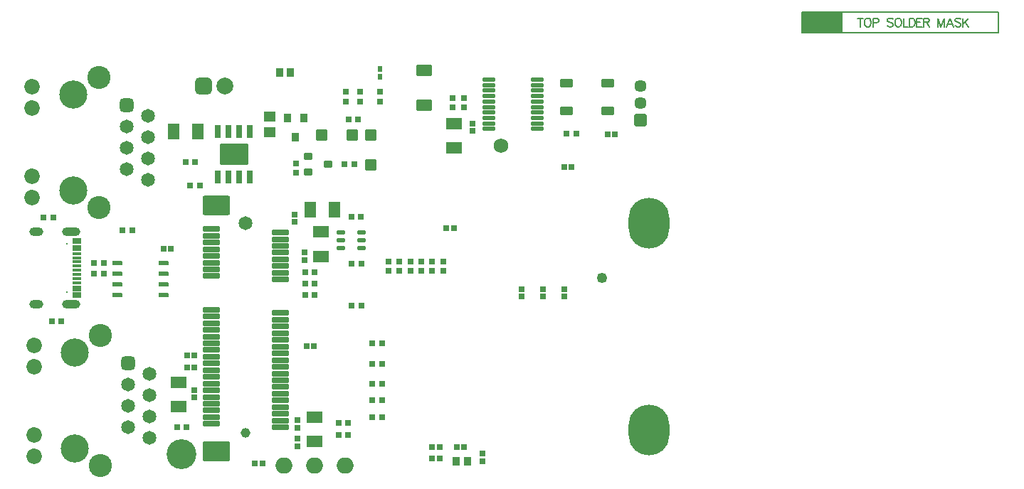
<source format=gts>
G04*
G04 #@! TF.GenerationSoftware,Altium Limited,Altium Designer,20.0.2 (26)*
G04*
G04 Layer_Color=8388736*
%FSLAX44Y44*%
%MOMM*%
G71*
G01*
G75*
%ADD10C,0.2000*%
%ADD13C,0.1270*%
%ADD14R,4.8260X2.4130*%
%ADD41R,0.8000X0.6500*%
%ADD42R,1.8500X1.3500*%
G04:AMPARAMS|DCode=43|XSize=0.69mm|YSize=0.65mm|CornerRadius=0.07mm|HoleSize=0mm|Usage=FLASHONLY|Rotation=0.000|XOffset=0mm|YOffset=0mm|HoleType=Round|Shape=RoundedRectangle|*
%AMROUNDEDRECTD43*
21,1,0.6900,0.5100,0,0,0.0*
21,1,0.5500,0.6500,0,0,0.0*
1,1,0.1400,0.2750,-0.2550*
1,1,0.1400,-0.2750,-0.2550*
1,1,0.1400,-0.2750,0.2550*
1,1,0.1400,0.2750,0.2550*
%
%ADD43ROUNDEDRECTD43*%
G04:AMPARAMS|DCode=44|XSize=0.5mm|YSize=1.45mm|CornerRadius=0.09mm|HoleSize=0mm|Usage=FLASHONLY|Rotation=270.000|XOffset=0mm|YOffset=0mm|HoleType=Round|Shape=RoundedRectangle|*
%AMROUNDEDRECTD44*
21,1,0.5000,1.2700,0,0,270.0*
21,1,0.3200,1.4500,0,0,270.0*
1,1,0.1800,-0.6350,-0.1600*
1,1,0.1800,-0.6350,0.1600*
1,1,0.1800,0.6350,0.1600*
1,1,0.1800,0.6350,-0.1600*
%
%ADD44ROUNDEDRECTD44*%
G04:AMPARAMS|DCode=45|XSize=1.55mm|YSize=0.95mm|CornerRadius=0.0925mm|HoleSize=0mm|Usage=FLASHONLY|Rotation=180.000|XOffset=0mm|YOffset=0mm|HoleType=Round|Shape=RoundedRectangle|*
%AMROUNDEDRECTD45*
21,1,1.5500,0.7650,0,0,180.0*
21,1,1.3650,0.9500,0,0,180.0*
1,1,0.1850,-0.6825,0.3825*
1,1,0.1850,0.6825,0.3825*
1,1,0.1850,0.6825,-0.3825*
1,1,0.1850,-0.6825,-0.3825*
%
%ADD45ROUNDEDRECTD45*%
G04:AMPARAMS|DCode=46|XSize=0.69mm|YSize=0.65mm|CornerRadius=0.07mm|HoleSize=0mm|Usage=FLASHONLY|Rotation=270.000|XOffset=0mm|YOffset=0mm|HoleType=Round|Shape=RoundedRectangle|*
%AMROUNDEDRECTD46*
21,1,0.6900,0.5100,0,0,270.0*
21,1,0.5500,0.6500,0,0,270.0*
1,1,0.1400,-0.2550,-0.2750*
1,1,0.1400,-0.2550,0.2750*
1,1,0.1400,0.2550,0.2750*
1,1,0.1400,0.2550,-0.2750*
%
%ADD46ROUNDEDRECTD46*%
%ADD47R,0.6500X0.8000*%
G04:AMPARAMS|DCode=48|XSize=1.35mm|YSize=1.35mm|CornerRadius=0.155mm|HoleSize=0mm|Usage=FLASHONLY|Rotation=270.000|XOffset=0mm|YOffset=0mm|HoleType=Round|Shape=RoundedRectangle|*
%AMROUNDEDRECTD48*
21,1,1.3500,1.0400,0,0,270.0*
21,1,1.0400,1.3500,0,0,270.0*
1,1,0.3100,-0.5200,-0.5200*
1,1,0.3100,-0.5200,0.5200*
1,1,0.3100,0.5200,0.5200*
1,1,0.3100,0.5200,-0.5200*
%
%ADD48ROUNDEDRECTD48*%
G04:AMPARAMS|DCode=49|XSize=1.35mm|YSize=1.35mm|CornerRadius=0.155mm|HoleSize=0mm|Usage=FLASHONLY|Rotation=180.000|XOffset=0mm|YOffset=0mm|HoleType=Round|Shape=RoundedRectangle|*
%AMROUNDEDRECTD49*
21,1,1.3500,1.0400,0,0,180.0*
21,1,1.0400,1.3500,0,0,180.0*
1,1,0.3100,-0.5200,0.5200*
1,1,0.3100,0.5200,0.5200*
1,1,0.3100,0.5200,-0.5200*
1,1,0.3100,-0.5200,-0.5200*
%
%ADD49ROUNDEDRECTD49*%
G04:AMPARAMS|DCode=50|XSize=0.85mm|YSize=1mm|CornerRadius=0.085mm|HoleSize=0mm|Usage=FLASHONLY|Rotation=90.000|XOffset=0mm|YOffset=0mm|HoleType=Round|Shape=RoundedRectangle|*
%AMROUNDEDRECTD50*
21,1,0.8500,0.8300,0,0,90.0*
21,1,0.6800,1.0000,0,0,90.0*
1,1,0.1700,0.4150,0.3400*
1,1,0.1700,0.4150,-0.3400*
1,1,0.1700,-0.4150,-0.3400*
1,1,0.1700,-0.4150,0.3400*
%
%ADD50ROUNDEDRECTD50*%
%ADD51R,0.9000X1.0000*%
%ADD52R,1.4500X1.1700*%
G04:AMPARAMS|DCode=53|XSize=0.75mm|YSize=0.55mm|CornerRadius=0.0625mm|HoleSize=0mm|Usage=FLASHONLY|Rotation=90.000|XOffset=0mm|YOffset=0mm|HoleType=Round|Shape=RoundedRectangle|*
%AMROUNDEDRECTD53*
21,1,0.7500,0.4250,0,0,90.0*
21,1,0.6250,0.5500,0,0,90.0*
1,1,0.1250,0.2125,0.3125*
1,1,0.1250,0.2125,-0.3125*
1,1,0.1250,-0.2125,-0.3125*
1,1,0.1250,-0.2125,0.3125*
%
%ADD53ROUNDEDRECTD53*%
G04:AMPARAMS|DCode=54|XSize=2.05mm|YSize=0.64mm|CornerRadius=0.0988mm|HoleSize=0mm|Usage=FLASHONLY|Rotation=0.000|XOffset=0mm|YOffset=0mm|HoleType=Round|Shape=RoundedRectangle|*
%AMROUNDEDRECTD54*
21,1,2.0500,0.4425,0,0,0.0*
21,1,1.8525,0.6400,0,0,0.0*
1,1,0.1975,0.9262,-0.2213*
1,1,0.1975,-0.9262,-0.2213*
1,1,0.1975,-0.9262,0.2213*
1,1,0.1975,0.9262,0.2213*
%
%ADD54ROUNDEDRECTD54*%
G04:AMPARAMS|DCode=55|XSize=3.25mm|YSize=2.35mm|CornerRadius=0.255mm|HoleSize=0mm|Usage=FLASHONLY|Rotation=0.000|XOffset=0mm|YOffset=0mm|HoleType=Round|Shape=RoundedRectangle|*
%AMROUNDEDRECTD55*
21,1,3.2500,1.8400,0,0,0.0*
21,1,2.7400,2.3500,0,0,0.0*
1,1,0.5100,1.3700,-0.9200*
1,1,0.5100,-1.3700,-0.9200*
1,1,0.5100,-1.3700,0.9200*
1,1,0.5100,1.3700,0.9200*
%
%ADD55ROUNDEDRECTD55*%
G04:AMPARAMS|DCode=56|XSize=3.25mm|YSize=2.35mm|CornerRadius=0.1975mm|HoleSize=0mm|Usage=FLASHONLY|Rotation=0.000|XOffset=0mm|YOffset=0mm|HoleType=Round|Shape=RoundedRectangle|*
%AMROUNDEDRECTD56*
21,1,3.2500,1.9550,0,0,0.0*
21,1,2.8550,2.3500,0,0,0.0*
1,1,0.3950,1.4275,-0.9775*
1,1,0.3950,-1.4275,-0.9775*
1,1,0.3950,-1.4275,0.9775*
1,1,0.3950,1.4275,0.9775*
%
%ADD56ROUNDEDRECTD56*%
G04:AMPARAMS|DCode=57|XSize=1.85mm|YSize=1.4mm|CornerRadius=0.1263mm|HoleSize=0mm|Usage=FLASHONLY|Rotation=0.000|XOffset=0mm|YOffset=0mm|HoleType=Round|Shape=RoundedRectangle|*
%AMROUNDEDRECTD57*
21,1,1.8500,1.1475,0,0,0.0*
21,1,1.5975,1.4000,0,0,0.0*
1,1,0.2525,0.7988,-0.5738*
1,1,0.2525,-0.7988,-0.5738*
1,1,0.2525,-0.7988,0.5738*
1,1,0.2525,0.7988,0.5738*
%
%ADD57ROUNDEDRECTD57*%
%ADD58R,0.9500X1.0500*%
G04:AMPARAMS|DCode=59|XSize=0.95mm|YSize=0.55mm|CornerRadius=0.075mm|HoleSize=0mm|Usage=FLASHONLY|Rotation=180.000|XOffset=0mm|YOffset=0mm|HoleType=Round|Shape=RoundedRectangle|*
%AMROUNDEDRECTD59*
21,1,0.9500,0.4000,0,0,180.0*
21,1,0.8000,0.5500,0,0,180.0*
1,1,0.1500,-0.4000,0.2000*
1,1,0.1500,0.4000,0.2000*
1,1,0.1500,0.4000,-0.2000*
1,1,0.1500,-0.4000,-0.2000*
%
%ADD59ROUNDEDRECTD59*%
%ADD60R,0.8500X1.0000*%
G04:AMPARAMS|DCode=61|XSize=2.55mm|YSize=3.45mm|CornerRadius=0.15mm|HoleSize=0mm|Usage=FLASHONLY|Rotation=90.000|XOffset=0mm|YOffset=0mm|HoleType=Round|Shape=RoundedRectangle|*
%AMROUNDEDRECTD61*
21,1,2.5500,3.1500,0,0,90.0*
21,1,2.2500,3.4500,0,0,90.0*
1,1,0.3000,1.5750,1.1250*
1,1,0.3000,1.5750,-1.1250*
1,1,0.3000,-1.5750,-1.1250*
1,1,0.3000,-1.5750,1.1250*
%
%ADD61ROUNDEDRECTD61*%
G04:AMPARAMS|DCode=62|XSize=1.6mm|YSize=0.65mm|CornerRadius=0.055mm|HoleSize=0mm|Usage=FLASHONLY|Rotation=90.000|XOffset=0mm|YOffset=0mm|HoleType=Round|Shape=RoundedRectangle|*
%AMROUNDEDRECTD62*
21,1,1.6000,0.5400,0,0,90.0*
21,1,1.4900,0.6500,0,0,90.0*
1,1,0.1100,0.2700,0.7450*
1,1,0.1100,0.2700,-0.7450*
1,1,0.1100,-0.2700,-0.7450*
1,1,0.1100,-0.2700,0.7450*
%
%ADD62ROUNDEDRECTD62*%
%ADD63R,1.3500X1.8500*%
G04:AMPARAMS|DCode=64|XSize=1.15mm|YSize=0.55mm|CornerRadius=0.0875mm|HoleSize=0mm|Usage=FLASHONLY|Rotation=0.000|XOffset=0mm|YOffset=0mm|HoleType=Round|Shape=RoundedRectangle|*
%AMROUNDEDRECTD64*
21,1,1.1500,0.3750,0,0,0.0*
21,1,0.9750,0.5500,0,0,0.0*
1,1,0.1750,0.4875,-0.1875*
1,1,0.1750,-0.4875,-0.1875*
1,1,0.1750,-0.4875,0.1875*
1,1,0.1750,0.4875,0.1875*
%
%ADD64ROUNDEDRECTD64*%
%ADD65R,1.0500X0.6400*%
%ADD66R,1.0500X0.3400*%
%ADD67C,1.4500*%
G04:AMPARAMS|DCode=68|XSize=1.45mm|YSize=1.45mm|CornerRadius=0.165mm|HoleSize=0mm|Usage=FLASHONLY|Rotation=90.000|XOffset=0mm|YOffset=0mm|HoleType=Round|Shape=RoundedRectangle|*
%AMROUNDEDRECTD68*
21,1,1.4500,1.1200,0,0,90.0*
21,1,1.1200,1.4500,0,0,90.0*
1,1,0.3300,0.5600,0.5600*
1,1,0.3300,0.5600,-0.5600*
1,1,0.3300,-0.5600,-0.5600*
1,1,0.3300,-0.5600,0.5600*
%
%ADD68ROUNDEDRECTD68*%
%ADD69C,1.2500*%
%ADD70C,1.7500*%
%ADD71C,3.5500*%
%ADD72O,4.8500X6.0500*%
%ADD73C,1.6500*%
%ADD74C,1.1500*%
%ADD75C,2.0000*%
G04:AMPARAMS|DCode=76|XSize=2mm|YSize=2mm|CornerRadius=0.5mm|HoleSize=0mm|Usage=FLASHONLY|Rotation=180.000|XOffset=0mm|YOffset=0mm|HoleType=Round|Shape=RoundedRectangle|*
%AMROUNDEDRECTD76*
21,1,2.0000,1.0000,0,0,180.0*
21,1,1.0000,2.0000,0,0,180.0*
1,1,1.0000,-0.5000,0.5000*
1,1,1.0000,0.5000,0.5000*
1,1,1.0000,0.5000,-0.5000*
1,1,1.0000,-0.5000,-0.5000*
%
%ADD76ROUNDEDRECTD76*%
%ADD77O,2.0000X1.9500*%
%ADD78C,0.3000*%
%ADD79O,2.1500X1.0500*%
%ADD80O,1.6500X1.0500*%
%ADD81C,3.3500*%
%ADD82C,2.7500*%
%ADD83C,1.8500*%
G04:AMPARAMS|DCode=84|XSize=1.65mm|YSize=1.65mm|CornerRadius=0.425mm|HoleSize=0mm|Usage=FLASHONLY|Rotation=90.000|XOffset=0mm|YOffset=0mm|HoleType=Round|Shape=RoundedRectangle|*
%AMROUNDEDRECTD84*
21,1,1.6500,0.8000,0,0,90.0*
21,1,0.8000,1.6500,0,0,90.0*
1,1,0.8500,0.4000,0.4000*
1,1,0.8500,0.4000,-0.4000*
1,1,0.8500,-0.4000,-0.4000*
1,1,0.8500,-0.4000,0.4000*
%
%ADD84ROUNDEDRECTD84*%
G54D10*
X1940325Y1532614D02*
X2174005D01*
X1940325D02*
Y1556744D01*
X2174005Y1532614D02*
Y1556744D01*
X1940325D02*
X2174005D01*
G54D13*
X2009751Y1549630D02*
Y1539472D01*
X2006365Y1549630D02*
X2013137D01*
X2017249D02*
X2016281Y1549146D01*
X2015314Y1548179D01*
X2014830Y1547211D01*
X2014346Y1545760D01*
Y1543342D01*
X2014830Y1541891D01*
X2015314Y1540923D01*
X2016281Y1539956D01*
X2017249Y1539472D01*
X2019184D01*
X2020151Y1539956D01*
X2021118Y1540923D01*
X2021602Y1541891D01*
X2022086Y1543342D01*
Y1545760D01*
X2021602Y1547211D01*
X2021118Y1548179D01*
X2020151Y1549146D01*
X2019184Y1549630D01*
X2017249D01*
X2024456Y1544309D02*
X2028809D01*
X2030260Y1544793D01*
X2030744Y1545276D01*
X2031228Y1546244D01*
Y1547695D01*
X2030744Y1548662D01*
X2030260Y1549146D01*
X2028809Y1549630D01*
X2024456D01*
Y1539472D01*
X2048254Y1548179D02*
X2047287Y1549146D01*
X2045836Y1549630D01*
X2043901D01*
X2042450Y1549146D01*
X2041482Y1548179D01*
Y1547211D01*
X2041966Y1546244D01*
X2042450Y1545760D01*
X2043417Y1545276D01*
X2046319Y1544309D01*
X2047287Y1543825D01*
X2047771Y1543342D01*
X2048254Y1542374D01*
Y1540923D01*
X2047287Y1539956D01*
X2045836Y1539472D01*
X2043901D01*
X2042450Y1539956D01*
X2041482Y1540923D01*
X2053430Y1549630D02*
X2052462Y1549146D01*
X2051495Y1548179D01*
X2051011Y1547211D01*
X2050528Y1545760D01*
Y1543342D01*
X2051011Y1541891D01*
X2051495Y1540923D01*
X2052462Y1539956D01*
X2053430Y1539472D01*
X2055365D01*
X2056332Y1539956D01*
X2057300Y1540923D01*
X2057783Y1541891D01*
X2058267Y1543342D01*
Y1545760D01*
X2057783Y1547211D01*
X2057300Y1548179D01*
X2056332Y1549146D01*
X2055365Y1549630D01*
X2053430D01*
X2060637D02*
Y1539472D01*
X2066442D01*
X2067554Y1549630D02*
Y1539472D01*
Y1549630D02*
X2070940D01*
X2072391Y1549146D01*
X2073359Y1548179D01*
X2073842Y1547211D01*
X2074326Y1545760D01*
Y1543342D01*
X2073842Y1541891D01*
X2073359Y1540923D01*
X2072391Y1539956D01*
X2070940Y1539472D01*
X2067554D01*
X2082888Y1549630D02*
X2076599D01*
Y1539472D01*
X2082888D01*
X2076599Y1544793D02*
X2080469D01*
X2084581Y1549630D02*
Y1539472D01*
Y1549630D02*
X2088934D01*
X2090385Y1549146D01*
X2090869Y1548662D01*
X2091353Y1547695D01*
Y1546728D01*
X2090869Y1545760D01*
X2090385Y1545276D01*
X2088934Y1544793D01*
X2084581D01*
X2087966D02*
X2091353Y1539472D01*
X2101607Y1549630D02*
Y1539472D01*
Y1549630D02*
X2105477Y1539472D01*
X2109346Y1549630D02*
X2105477Y1539472D01*
X2109346Y1549630D02*
Y1539472D01*
X2119988D02*
X2116118Y1549630D01*
X2112249Y1539472D01*
X2113700Y1542858D02*
X2118537D01*
X2129130Y1548179D02*
X2128162Y1549146D01*
X2126711Y1549630D01*
X2124776D01*
X2123325Y1549146D01*
X2122358Y1548179D01*
Y1547211D01*
X2122842Y1546244D01*
X2123325Y1545760D01*
X2124293Y1545276D01*
X2127195Y1544309D01*
X2128162Y1543825D01*
X2128646Y1543342D01*
X2129130Y1542374D01*
Y1540923D01*
X2128162Y1539956D01*
X2126711Y1539472D01*
X2124776D01*
X2123325Y1539956D01*
X2122358Y1540923D01*
X2131403Y1549630D02*
Y1539472D01*
X2138175Y1549630D02*
X2131403Y1542858D01*
X2133822Y1545276D02*
X2138175Y1539472D01*
G54D14*
X1964455Y1544679D02*
D03*
G54D41*
X1407250Y1375500D02*
D03*
X1395750D02*
D03*
X1400250Y1429250D02*
D03*
X1411750D02*
D03*
X1440250Y1138150D02*
D03*
X1428750D02*
D03*
X1440250Y1162750D02*
D03*
X1428750D02*
D03*
X1659750Y1412000D02*
D03*
X1671250D02*
D03*
X1196350Y1062800D02*
D03*
X1207850D02*
D03*
X1037750Y1312500D02*
D03*
X1049250D02*
D03*
X1404000Y1257000D02*
D03*
X1415500D02*
D03*
X1440250Y1114500D02*
D03*
X1428750D02*
D03*
X1440250Y1094500D02*
D03*
X1428750D02*
D03*
X1440250Y1074500D02*
D03*
X1428750D02*
D03*
X1388500Y1053000D02*
D03*
X1400000D02*
D03*
X1388500Y1067250D02*
D03*
X1400000D02*
D03*
X1360250Y1247500D02*
D03*
X1348750D02*
D03*
X1360250Y1233750D02*
D03*
X1348750D02*
D03*
X1360250Y1220000D02*
D03*
X1348750D02*
D03*
X1404000Y1207000D02*
D03*
X1415500D02*
D03*
X1218000Y1378750D02*
D03*
X1206500D02*
D03*
X1223750Y1350750D02*
D03*
X1212250D02*
D03*
X1143250Y1297000D02*
D03*
X1131750D02*
D03*
X1097750Y1258500D02*
D03*
X1109250D02*
D03*
X1097750Y1245250D02*
D03*
X1109250D02*
D03*
X1047250Y1189000D02*
D03*
X1058750D02*
D03*
X1403750Y1313500D02*
D03*
X1415250D02*
D03*
G54D42*
X1525750Y1395000D02*
D03*
Y1424000D02*
D03*
X1359750Y1074750D02*
D03*
Y1045750D02*
D03*
X1367900Y1266200D02*
D03*
Y1295200D02*
D03*
X1198250Y1086750D02*
D03*
Y1115750D02*
D03*
G54D43*
X1548000Y1424400D02*
D03*
Y1415600D02*
D03*
X1559500Y1022350D02*
D03*
Y1031150D02*
D03*
X1339500Y1048900D02*
D03*
Y1040100D02*
D03*
X1339500Y1062100D02*
D03*
Y1070900D02*
D03*
X1348100Y1261800D02*
D03*
Y1270600D02*
D03*
X1336250Y1307100D02*
D03*
Y1315900D02*
D03*
X1217250Y1098100D02*
D03*
Y1106900D02*
D03*
X1657250Y1227150D02*
D03*
Y1218350D02*
D03*
X1606000Y1227150D02*
D03*
Y1218350D02*
D03*
X1631750Y1227150D02*
D03*
Y1218350D02*
D03*
G54D44*
X1625000Y1476500D02*
D03*
Y1470000D02*
D03*
Y1463500D02*
D03*
Y1457000D02*
D03*
Y1450500D02*
D03*
Y1444000D02*
D03*
Y1437500D02*
D03*
Y1431000D02*
D03*
Y1424500D02*
D03*
Y1418000D02*
D03*
X1567500D02*
D03*
Y1424500D02*
D03*
Y1431000D02*
D03*
Y1437500D02*
D03*
Y1444000D02*
D03*
Y1450500D02*
D03*
Y1457000D02*
D03*
Y1463500D02*
D03*
Y1470000D02*
D03*
Y1476500D02*
D03*
G54D45*
X1708500Y1439000D02*
D03*
X1659500D02*
D03*
X1708500Y1472000D02*
D03*
X1659500D02*
D03*
G54D46*
X1717250Y1411750D02*
D03*
X1708450D02*
D03*
X1529100Y1038500D02*
D03*
X1537900D02*
D03*
X1508900Y1025000D02*
D03*
X1500100D02*
D03*
X1508900Y1038500D02*
D03*
X1500100D02*
D03*
X1350400Y1158700D02*
D03*
X1359200D02*
D03*
X1298100Y1019000D02*
D03*
X1289300D02*
D03*
X1216900Y1148500D02*
D03*
X1208100D02*
D03*
X1216900Y1134000D02*
D03*
X1208100D02*
D03*
X1189400Y1275250D02*
D03*
X1180600D02*
D03*
X1657100Y1372750D02*
D03*
X1665900D02*
D03*
X1525650Y1299250D02*
D03*
X1516850D02*
D03*
G54D47*
X1538000Y1454750D02*
D03*
Y1443250D02*
D03*
X1524000D02*
D03*
Y1454750D02*
D03*
X1448000Y1260000D02*
D03*
Y1248500D02*
D03*
X1500000Y1260000D02*
D03*
Y1248500D02*
D03*
X1513000Y1260000D02*
D03*
Y1248500D02*
D03*
X1474000Y1260000D02*
D03*
Y1248500D02*
D03*
X1487000Y1260000D02*
D03*
Y1248500D02*
D03*
X1461000Y1260000D02*
D03*
Y1248500D02*
D03*
X1437750Y1450750D02*
D03*
Y1462250D02*
D03*
X1337750Y1365500D02*
D03*
Y1377000D02*
D03*
X1414000Y1462250D02*
D03*
Y1450750D02*
D03*
X1397000Y1462250D02*
D03*
Y1450750D02*
D03*
G54D48*
X1427000Y1374750D02*
D03*
Y1410750D02*
D03*
G54D49*
X1368750Y1410750D02*
D03*
X1404750D02*
D03*
G54D50*
X1375750Y1375750D02*
D03*
X1352750Y1366250D02*
D03*
Y1385250D02*
D03*
G54D51*
X1331250Y1485000D02*
D03*
X1318250D02*
D03*
G54D52*
X1307000Y1414100D02*
D03*
Y1432900D02*
D03*
G54D53*
X1437750Y1489350D02*
D03*
Y1480150D02*
D03*
G54D54*
X1237000Y1298500D02*
D03*
X1319000Y1294500D02*
D03*
X1237000Y1290500D02*
D03*
X1319000Y1286500D02*
D03*
X1237000Y1282500D02*
D03*
X1319000Y1278500D02*
D03*
X1237000Y1274500D02*
D03*
X1319000Y1270500D02*
D03*
X1237000Y1266500D02*
D03*
X1319000Y1262500D02*
D03*
X1237000Y1258500D02*
D03*
X1319000Y1254500D02*
D03*
X1237000Y1250500D02*
D03*
X1319000Y1246500D02*
D03*
X1237000Y1242500D02*
D03*
X1319000Y1238500D02*
D03*
X1237000Y1202500D02*
D03*
X1319000Y1198500D02*
D03*
X1237000Y1194500D02*
D03*
X1319000Y1190500D02*
D03*
X1237000Y1186500D02*
D03*
X1319000Y1182500D02*
D03*
X1237000Y1178500D02*
D03*
X1319000Y1174500D02*
D03*
X1237000Y1170500D02*
D03*
X1319000Y1166500D02*
D03*
X1237000Y1162500D02*
D03*
X1319000Y1158500D02*
D03*
X1237000Y1154500D02*
D03*
X1319000Y1150500D02*
D03*
X1237000Y1146500D02*
D03*
X1319000Y1142500D02*
D03*
X1237000Y1138500D02*
D03*
X1319000Y1134500D02*
D03*
X1237000Y1130500D02*
D03*
X1319000Y1126500D02*
D03*
X1237000Y1122500D02*
D03*
X1319000Y1118500D02*
D03*
X1237000Y1114500D02*
D03*
X1319000Y1110500D02*
D03*
X1237000Y1106500D02*
D03*
X1319000Y1102500D02*
D03*
X1237000Y1098500D02*
D03*
X1319000Y1094500D02*
D03*
X1237000Y1090500D02*
D03*
X1319000Y1086500D02*
D03*
X1237000Y1082500D02*
D03*
X1319000Y1078500D02*
D03*
X1237000Y1074500D02*
D03*
X1319000Y1070500D02*
D03*
X1237000Y1066500D02*
D03*
X1319000Y1062500D02*
D03*
G54D55*
X1243000Y1327000D02*
D03*
G54D56*
Y1034000D02*
D03*
G54D57*
X1490000Y1487750D02*
D03*
Y1446250D02*
D03*
G54D58*
X1541750Y1022000D02*
D03*
X1528250D02*
D03*
G54D59*
X1391500Y1285250D02*
D03*
Y1275750D02*
D03*
Y1294750D02*
D03*
X1415500Y1285250D02*
D03*
Y1275750D02*
D03*
Y1294750D02*
D03*
G54D60*
X1347000Y1430750D02*
D03*
X1328000D02*
D03*
X1337500Y1407750D02*
D03*
G54D61*
X1264250Y1388000D02*
D03*
G54D62*
X1245200Y1361000D02*
D03*
X1257900D02*
D03*
X1270600D02*
D03*
X1283300D02*
D03*
Y1415000D02*
D03*
X1270600D02*
D03*
X1257900D02*
D03*
X1245200D02*
D03*
G54D63*
X1192000D02*
D03*
X1221000D02*
D03*
X1383750Y1321500D02*
D03*
X1354750D02*
D03*
G54D64*
X1125500Y1258300D02*
D03*
Y1245600D02*
D03*
Y1232900D02*
D03*
Y1220200D02*
D03*
X1180500D02*
D03*
Y1232900D02*
D03*
Y1245600D02*
D03*
Y1258300D02*
D03*
G54D65*
X1077100Y1284000D02*
D03*
Y1276000D02*
D03*
Y1228000D02*
D03*
Y1220000D02*
D03*
G54D66*
Y1269500D02*
D03*
Y1264500D02*
D03*
Y1259500D02*
D03*
Y1254500D02*
D03*
Y1249500D02*
D03*
Y1244500D02*
D03*
Y1239500D02*
D03*
Y1234500D02*
D03*
G54D67*
X1747500Y1468750D02*
D03*
Y1448750D02*
D03*
G54D68*
Y1428750D02*
D03*
G54D69*
X1702000Y1240200D02*
D03*
G54D70*
X1582000Y1398200D02*
D03*
G54D71*
X1202000Y1030000D02*
D03*
G54D72*
X1758000Y1059500D02*
D03*
Y1305500D02*
D03*
G54D73*
X1278000D02*
D03*
X1161950Y1357550D02*
D03*
X1136550Y1370250D02*
D03*
X1161950Y1382950D02*
D03*
X1136550Y1395650D02*
D03*
X1161950Y1408350D02*
D03*
X1136550Y1421050D02*
D03*
X1161950Y1433750D02*
D03*
X1163950Y1049550D02*
D03*
X1138550Y1062250D02*
D03*
X1163950Y1074950D02*
D03*
X1138550Y1087650D02*
D03*
X1163950Y1100350D02*
D03*
X1138550Y1113050D02*
D03*
X1163950Y1125750D02*
D03*
G54D74*
X1278000Y1055500D02*
D03*
G54D75*
X1253000Y1469250D02*
D03*
G54D76*
X1228000D02*
D03*
G54D77*
X1396091Y1016950D02*
D03*
X1360000Y1017000D02*
D03*
X1324000D02*
D03*
G54D78*
X1065700Y1280900D02*
D03*
Y1223100D02*
D03*
G54D79*
X1070700Y1208750D02*
D03*
Y1295250D02*
D03*
G54D80*
X1028900Y1208750D02*
D03*
Y1295250D02*
D03*
G54D81*
X1073050Y1344850D02*
D03*
Y1459150D02*
D03*
X1075050Y1036850D02*
D03*
Y1151150D02*
D03*
G54D82*
X1103550Y1324550D02*
D03*
Y1479450D02*
D03*
X1105550Y1016550D02*
D03*
Y1171450D02*
D03*
G54D83*
X1024050Y1335750D02*
D03*
Y1361150D02*
D03*
Y1442850D02*
D03*
Y1468250D02*
D03*
X1026050Y1027750D02*
D03*
Y1053150D02*
D03*
Y1134850D02*
D03*
Y1160250D02*
D03*
G54D84*
X1136550Y1446450D02*
D03*
X1138550Y1138450D02*
D03*
M02*

</source>
